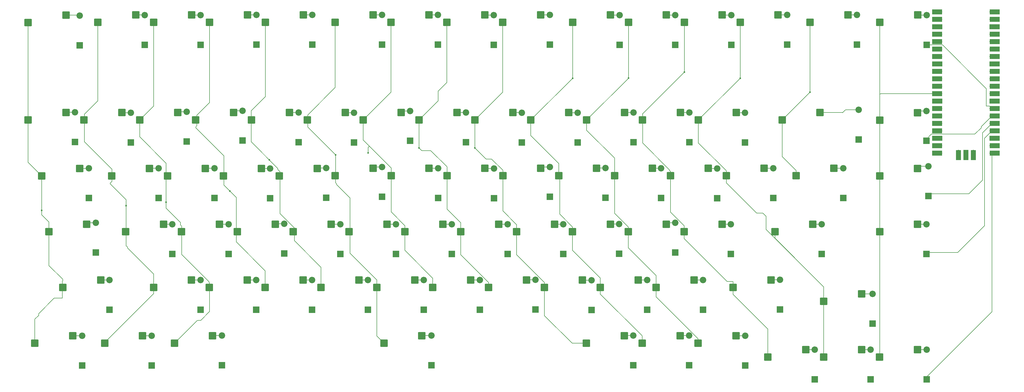
<source format=gbr>
%TF.GenerationSoftware,KiCad,Pcbnew,8.0.7*%
%TF.CreationDate,2025-07-05T17:28:38-07:00*%
%TF.ProjectId,hackpad_v2,6861636b-7061-4645-9f76-322e6b696361,rev?*%
%TF.SameCoordinates,Original*%
%TF.FileFunction,Copper,L2,Bot*%
%TF.FilePolarity,Positive*%
%FSLAX46Y46*%
G04 Gerber Fmt 4.6, Leading zero omitted, Abs format (unit mm)*
G04 Created by KiCad (PCBNEW 8.0.7) date 2025-07-05 17:28:38*
%MOMM*%
%LPD*%
G01*
G04 APERTURE LIST*
G04 Aperture macros list*
%AMRoundRect*
0 Rectangle with rounded corners*
0 $1 Rounding radius*
0 $2 $3 $4 $5 $6 $7 $8 $9 X,Y pos of 4 corners*
0 Add a 4 corners polygon primitive as box body*
4,1,4,$2,$3,$4,$5,$6,$7,$8,$9,$2,$3,0*
0 Add four circle primitives for the rounded corners*
1,1,$1+$1,$2,$3*
1,1,$1+$1,$4,$5*
1,1,$1+$1,$6,$7*
1,1,$1+$1,$8,$9*
0 Add four rect primitives between the rounded corners*
20,1,$1+$1,$2,$3,$4,$5,0*
20,1,$1+$1,$4,$5,$6,$7,0*
20,1,$1+$1,$6,$7,$8,$9,0*
20,1,$1+$1,$8,$9,$2,$3,0*%
G04 Aperture macros list end*
%TA.AperFunction,ComponentPad*%
%ADD10R,2.200000X2.200000*%
%TD*%
%TA.AperFunction,ComponentPad*%
%ADD11O,2.200000X2.200000*%
%TD*%
%TA.AperFunction,SMDPad,CuDef*%
%ADD12RoundRect,0.200000X1.075000X1.050000X-1.075000X1.050000X-1.075000X-1.050000X1.075000X-1.050000X0*%
%TD*%
%TA.AperFunction,ComponentPad*%
%ADD13O,1.700000X1.700000*%
%TD*%
%TA.AperFunction,SMDPad,CuDef*%
%ADD14R,3.500000X1.700000*%
%TD*%
%TA.AperFunction,ComponentPad*%
%ADD15R,1.700000X1.700000*%
%TD*%
%TA.AperFunction,SMDPad,CuDef*%
%ADD16R,1.700000X3.500000*%
%TD*%
%TA.AperFunction,ViaPad*%
%ADD17C,0.600000*%
%TD*%
%TA.AperFunction,Conductor*%
%ADD18C,0.200000*%
%TD*%
G04 APERTURE END LIST*
D10*
%TO.P,D45,1,K*%
%TO.N,ROW 2*%
X309340000Y-68700000D03*
D11*
%TO.P,D45,2,A*%
%TO.N,Net-(D45-A)*%
X309340000Y-58540000D03*
%TD*%
D10*
%TO.P,D30,1,K*%
%TO.N,ROW 1*%
X308650000Y-49810000D03*
D11*
%TO.P,D30,2,A*%
%TO.N,Net-(D30-A)*%
X308650000Y-39650000D03*
%TD*%
D10*
%TO.P,D21,1,K*%
%TO.N,ROW 1*%
X113430000Y-50420000D03*
D11*
%TO.P,D21,2,A*%
%TO.N,Net-(D21-A)*%
X113430000Y-40260000D03*
%TD*%
D12*
%TO.P,SW47,1,1*%
%TO.N,COLUMN 1*%
X35498690Y-80890000D03*
%TO.P,SW47,2,2*%
%TO.N,Net-(D47-A)*%
X48425690Y-78350000D03*
%TD*%
%TO.P,SW36,1,1*%
%TO.N,COLUMN 5*%
X106996190Y-61810000D03*
%TO.P,SW36,2,2*%
%TO.N,Net-(D36-A)*%
X119923190Y-59270000D03*
%TD*%
%TO.P,SW24,1,1*%
%TO.N,COLUMN 8*%
X154631190Y-42760000D03*
%TO.P,SW24,2,2*%
%TO.N,Net-(D24-A)*%
X167558190Y-40220000D03*
%TD*%
D10*
%TO.P,D20,1,K*%
%TO.N,ROW 1*%
X94480000Y-50340000D03*
D11*
%TO.P,D20,2,A*%
%TO.N,Net-(D20-A)*%
X94480000Y-40180000D03*
%TD*%
D10*
%TO.P,D37,1,K*%
%TO.N,ROW 2*%
X142060000Y-69420000D03*
D11*
%TO.P,D37,2,A*%
%TO.N,Net-(D37-A)*%
X142060000Y-59260000D03*
%TD*%
D10*
%TO.P,D8,1,K*%
%TO.N,ROW 0*%
X161030000Y-17040000D03*
D11*
%TO.P,D8,2,A*%
%TO.N,Net-(D8-A)*%
X161030000Y-6880000D03*
%TD*%
D12*
%TO.P,SW71,1,1*%
%TO.N,COLUMN 11*%
X242664940Y-99940000D03*
%TO.P,SW71,2,2*%
%TO.N,Net-(D71-A)*%
X255591940Y-97400000D03*
%TD*%
%TO.P,SW8,1,1*%
%TO.N,COLUMN 7*%
X145081190Y-9400000D03*
%TO.P,SW8,2,2*%
%TO.N,Net-(D8-A)*%
X158008190Y-6860000D03*
%TD*%
D10*
%TO.P,D12,1,K*%
%TO.N,ROW 0*%
X242100000Y-17040000D03*
D11*
%TO.P,D12,2,A*%
%TO.N,Net-(D12-A)*%
X242100000Y-6880000D03*
%TD*%
D12*
%TO.P,SW15,1,1*%
%TO.N,COLUMN 14*%
X292726190Y-9395000D03*
%TO.P,SW15,2,2*%
%TO.N,Net-(D15-A)*%
X305653190Y-6855000D03*
%TD*%
%TO.P,SW56,1,1*%
%TO.N,COLUMN 10*%
X206948690Y-80890000D03*
%TO.P,SW56,2,2*%
%TO.N,Net-(D56-A)*%
X219875690Y-78350000D03*
%TD*%
%TO.P,SW4,1,1*%
%TO.N,COLUMN 3*%
X64116190Y-9405000D03*
%TO.P,SW4,2,2*%
%TO.N,Net-(D4-A)*%
X77043190Y-6865000D03*
%TD*%
D10*
%TO.P,D18,1,K*%
%TO.N,ROW 1*%
X56351190Y-50120000D03*
D11*
%TO.P,D18,2,A*%
%TO.N,Net-(D18-A)*%
X56351190Y-39960000D03*
%TD*%
D12*
%TO.P,SW27,1,1*%
%TO.N,COLUMN 11*%
X211781190Y-42760000D03*
%TO.P,SW27,2,2*%
%TO.N,Net-(D27-A)*%
X224708190Y-40220000D03*
%TD*%
D10*
%TO.P,D80,1,K*%
%TO.N,ROW 5*%
X270530000Y-131380000D03*
D11*
%TO.P,D80,2,A*%
%TO.N,Net-(D80-A)*%
X270530000Y-121220000D03*
%TD*%
D10*
%TO.P,D72,1,K*%
%TO.N,ROW 4*%
X290233690Y-112320000D03*
D11*
%TO.P,D72,2,A*%
%TO.N,Net-(D72-A)*%
X290233690Y-102160000D03*
%TD*%
D10*
%TO.P,D5,1,K*%
%TO.N,ROW 0*%
X99190000Y-17000000D03*
D11*
%TO.P,D5,2,A*%
%TO.N,Net-(D5-A)*%
X99190000Y-6840000D03*
%TD*%
D10*
%TO.P,D40,1,K*%
%TO.N,ROW 2*%
X199141190Y-69340000D03*
D11*
%TO.P,D40,2,A*%
%TO.N,Net-(D40-A)*%
X199141190Y-59180000D03*
%TD*%
D10*
%TO.P,D75,1,K*%
%TO.N,ROW 5*%
X68310000Y-126580000D03*
D11*
%TO.P,D75,2,A*%
%TO.N,Net-(D75-A)*%
X68310000Y-116420000D03*
%TD*%
D10*
%TO.P,D47,1,K*%
%TO.N,ROW 3*%
X51440000Y-88530000D03*
D11*
%TO.P,D47,2,A*%
%TO.N,Net-(D47-A)*%
X51440000Y-78370000D03*
%TD*%
D10*
%TO.P,D55,1,K*%
%TO.N,ROW 3*%
X203830000Y-88480000D03*
D11*
%TO.P,D55,2,A*%
%TO.N,Net-(D55-A)*%
X203830000Y-78320000D03*
%TD*%
D12*
%TO.P,SW31,1,1*%
%TO.N,COLUMN 0*%
X6923690Y-61840000D03*
%TO.P,SW31,2,2*%
%TO.N,Net-(D31-A)*%
X19850690Y-59300000D03*
%TD*%
%TO.P,SW62,1,1*%
%TO.N,COLUMN 2*%
X64071190Y-99940000D03*
%TO.P,SW62,2,2*%
%TO.N,Net-(D62-A)*%
X76998190Y-97400000D03*
%TD*%
D10*
%TO.P,D35,1,K*%
%TO.N,ROW 2*%
X103881190Y-69300000D03*
D11*
%TO.P,D35,2,A*%
%TO.N,Net-(D35-A)*%
X103881190Y-59140000D03*
%TD*%
D12*
%TO.P,SW77,1,1*%
%TO.N,COLUMN 8*%
X192658690Y-118990000D03*
%TO.P,SW77,2,2*%
%TO.N,Net-(D77-A)*%
X205585690Y-116450000D03*
%TD*%
D10*
%TO.P,D52,1,K*%
%TO.N,ROW 3*%
X146780000Y-88560000D03*
D11*
%TO.P,D52,2,A*%
%TO.N,Net-(D52-A)*%
X146780000Y-78400000D03*
%TD*%
D12*
%TO.P,SW7,1,1*%
%TO.N,COLUMN 6*%
X126031190Y-9400000D03*
%TO.P,SW7,2,2*%
%TO.N,Net-(D7-A)*%
X138958190Y-6860000D03*
%TD*%
D10*
%TO.P,D2,1,K*%
%TO.N,ROW 0*%
X41980000Y-17070000D03*
D11*
%TO.P,D2,2,A*%
%TO.N,Net-(D2-A)*%
X41980000Y-6910000D03*
%TD*%
D12*
%TO.P,SW51,1,1*%
%TO.N,COLUMN 5*%
X111698690Y-80890000D03*
%TO.P,SW51,2,2*%
%TO.N,Net-(D51-A)*%
X124625690Y-78350000D03*
%TD*%
%TO.P,SW73,1,1*%
%TO.N,COLUMN 0*%
X4542440Y-118990000D03*
%TO.P,SW73,2,2*%
%TO.N,Net-(D73-A)*%
X17469440Y-116450000D03*
%TD*%
%TO.P,SW2,1,1*%
%TO.N,COLUMN 1*%
X26016190Y-9405000D03*
%TO.P,SW2,2,2*%
%TO.N,Net-(D2-A)*%
X38943190Y-6865000D03*
%TD*%
%TO.P,SW9,1,1*%
%TO.N,COLUMN 8*%
X164131190Y-9400000D03*
%TO.P,SW9,2,2*%
%TO.N,Net-(D9-A)*%
X177058190Y-6860000D03*
%TD*%
%TO.P,SW40,1,1*%
%TO.N,COLUMN 9*%
X183206190Y-61810000D03*
%TO.P,SW40,2,2*%
%TO.N,Net-(D40-A)*%
X196133190Y-59270000D03*
%TD*%
D10*
%TO.P,D28,1,K*%
%TO.N,ROW 1*%
X246731190Y-50420000D03*
D11*
%TO.P,D28,2,A*%
%TO.N,Net-(D28-A)*%
X246731190Y-40260000D03*
%TD*%
D12*
%TO.P,SW20,1,1*%
%TO.N,COLUMN 4*%
X78451190Y-42750000D03*
%TO.P,SW20,2,2*%
%TO.N,Net-(D20-A)*%
X91378190Y-40210000D03*
%TD*%
%TO.P,SW81,1,1*%
%TO.N,COLUMN 12*%
X273623690Y-123750000D03*
%TO.P,SW81,2,2*%
%TO.N,Net-(D81-A)*%
X286550690Y-121210000D03*
%TD*%
%TO.P,SW41,1,1*%
%TO.N,COLUMN 10*%
X202256190Y-61810000D03*
%TO.P,SW41,2,2*%
%TO.N,Net-(D41-A)*%
X215183190Y-59270000D03*
%TD*%
%TO.P,SW16,1,1*%
%TO.N,COLUMN 0*%
X2251190Y-42750000D03*
%TO.P,SW16,2,2*%
%TO.N,Net-(D16-A)*%
X15178190Y-40210000D03*
%TD*%
D10*
%TO.P,D77,1,K*%
%TO.N,ROW 5*%
X208670000Y-126580000D03*
D11*
%TO.P,D77,2,A*%
%TO.N,Net-(D77-A)*%
X208670000Y-116420000D03*
%TD*%
D12*
%TO.P,SW70,1,1*%
%TO.N,COLUMN 10*%
X216471190Y-99940000D03*
%TO.P,SW70,2,2*%
%TO.N,Net-(D70-A)*%
X229398190Y-97400000D03*
%TD*%
%TO.P,SW25,1,1*%
%TO.N,COLUMN 9*%
X173681190Y-42760000D03*
%TO.P,SW25,2,2*%
%TO.N,Net-(D25-A)*%
X186608190Y-40220000D03*
%TD*%
%TO.P,SW80,1,1*%
%TO.N,COLUMN 11*%
X254573690Y-123750000D03*
%TO.P,SW80,2,2*%
%TO.N,Net-(D80-A)*%
X267500690Y-121210000D03*
%TD*%
%TO.P,SW30,1,1*%
%TO.N,COLUMN 14*%
X292678690Y-42785000D03*
%TO.P,SW30,2,2*%
%TO.N,Net-(D30-A)*%
X305605690Y-40245000D03*
%TD*%
D10*
%TO.P,D29,1,K*%
%TO.N,ROW 1*%
X285560000Y-49380000D03*
D11*
%TO.P,D29,2,A*%
%TO.N,Net-(D29-A)*%
X285560000Y-39220000D03*
%TD*%
D12*
%TO.P,SW29,1,1*%
%TO.N,COLUMN 13*%
X259406190Y-42760000D03*
%TO.P,SW29,2,2*%
%TO.N,Net-(D29-A)*%
X272333190Y-40220000D03*
%TD*%
D10*
%TO.P,D54,1,K*%
%TO.N,ROW 3*%
X184770000Y-88540000D03*
D11*
%TO.P,D54,2,A*%
%TO.N,Net-(D54-A)*%
X184770000Y-78380000D03*
%TD*%
D12*
%TO.P,SW12,1,1*%
%TO.N,COLUMN 11*%
X226046190Y-9395000D03*
%TO.P,SW12,2,2*%
%TO.N,Net-(D12-A)*%
X238973190Y-6855000D03*
%TD*%
%TO.P,SW50,1,1*%
%TO.N,COLUMN 4*%
X92648690Y-80890000D03*
%TO.P,SW50,2,2*%
%TO.N,Net-(D50-A)*%
X105575690Y-78350000D03*
%TD*%
D10*
%TO.P,D65,1,K*%
%TO.N,ROW 4*%
X137210000Y-107590000D03*
D11*
%TO.P,D65,2,A*%
%TO.N,Net-(D65-A)*%
X137210000Y-97430000D03*
%TD*%
D10*
%TO.P,D46,1,K*%
%TO.N,ROW 3*%
X25301190Y-88030000D03*
D11*
%TO.P,D46,2,A*%
%TO.N,Net-(D46-A)*%
X25301190Y-77870000D03*
%TD*%
D12*
%TO.P,SW82,1,1*%
%TO.N,COLUMN 14*%
X292673690Y-123750000D03*
%TO.P,SW82,2,2*%
%TO.N,Net-(D82-A)*%
X305600690Y-121210000D03*
%TD*%
D10*
%TO.P,D78,1,K*%
%TO.N,ROW 5*%
X227680000Y-126550000D03*
D11*
%TO.P,D78,2,A*%
%TO.N,Net-(D78-A)*%
X227680000Y-116390000D03*
%TD*%
D10*
%TO.P,D71,1,K*%
%TO.N,ROW 4*%
X258670000Y-107530000D03*
D11*
%TO.P,D71,2,A*%
%TO.N,Net-(D71-A)*%
X258670000Y-97370000D03*
%TD*%
D12*
%TO.P,SW38,1,1*%
%TO.N,COLUMN 7*%
X145106190Y-61810000D03*
%TO.P,SW38,2,2*%
%TO.N,Net-(D38-A)*%
X158033190Y-59270000D03*
%TD*%
D10*
%TO.P,D36,1,K*%
%TO.N,ROW 2*%
X122920000Y-68960000D03*
D11*
%TO.P,D36,2,A*%
%TO.N,Net-(D36-A)*%
X122920000Y-58800000D03*
%TD*%
D10*
%TO.P,D22,1,K*%
%TO.N,ROW 1*%
X132531190Y-49840000D03*
D11*
%TO.P,D22,2,A*%
%TO.N,Net-(D22-A)*%
X132531190Y-39680000D03*
%TD*%
D12*
%TO.P,SW42,1,1*%
%TO.N,COLUMN 11*%
X221306190Y-61810000D03*
%TO.P,SW42,2,2*%
%TO.N,Net-(D42-A)*%
X234233190Y-59270000D03*
%TD*%
D10*
%TO.P,D15,1,K*%
%TO.N,ROW 0*%
X308740000Y-17030000D03*
D11*
%TO.P,D15,2,A*%
%TO.N,Net-(D15-A)*%
X308740000Y-6870000D03*
%TD*%
D12*
%TO.P,SW78,1,1*%
%TO.N,COLUMN 9*%
X211708690Y-118990000D03*
%TO.P,SW78,2,2*%
%TO.N,Net-(D78-A)*%
X224635690Y-116450000D03*
%TD*%
D10*
%TO.P,D11,1,K*%
%TO.N,ROW 0*%
X222990000Y-17030000D03*
D11*
%TO.P,D11,2,A*%
%TO.N,Net-(D11-A)*%
X222990000Y-6870000D03*
%TD*%
D12*
%TO.P,SW32,1,1*%
%TO.N,COLUMN 1*%
X30736190Y-61840000D03*
%TO.P,SW32,2,2*%
%TO.N,Net-(D32-A)*%
X43663190Y-59300000D03*
%TD*%
%TO.P,SW44,1,1*%
%TO.N,COLUMN 13*%
X264168690Y-61810000D03*
%TO.P,SW44,2,2*%
%TO.N,Net-(D44-A)*%
X277095690Y-59270000D03*
%TD*%
%TO.P,SW18,1,1*%
%TO.N,COLUMN 2*%
X40341190Y-42750000D03*
%TO.P,SW18,2,2*%
%TO.N,Net-(D18-A)*%
X53268190Y-40210000D03*
%TD*%
D10*
%TO.P,D41,1,K*%
%TO.N,ROW 2*%
X218161190Y-69430000D03*
D11*
%TO.P,D41,2,A*%
%TO.N,Net-(D41-A)*%
X218161190Y-59270000D03*
%TD*%
D10*
%TO.P,D38,1,K*%
%TO.N,ROW 2*%
X161110000Y-69440000D03*
D11*
%TO.P,D38,2,A*%
%TO.N,Net-(D38-A)*%
X161110000Y-59280000D03*
%TD*%
D12*
%TO.P,SW43,1,1*%
%TO.N,COLUMN 12*%
X240356190Y-61810000D03*
%TO.P,SW43,2,2*%
%TO.N,Net-(D43-A)*%
X253283190Y-59270000D03*
%TD*%
%TO.P,SW54,1,1*%
%TO.N,COLUMN 8*%
X168848690Y-80890000D03*
%TO.P,SW54,2,2*%
%TO.N,Net-(D54-A)*%
X181775690Y-78350000D03*
%TD*%
%TO.P,SW64,1,1*%
%TO.N,COLUMN 4*%
X102171190Y-99940000D03*
%TO.P,SW64,2,2*%
%TO.N,Net-(D64-A)*%
X115098190Y-97400000D03*
%TD*%
D10*
%TO.P,D19,1,K*%
%TO.N,ROW 1*%
X75381190Y-49770000D03*
D11*
%TO.P,D19,2,A*%
%TO.N,Net-(D19-A)*%
X75381190Y-39610000D03*
%TD*%
D12*
%TO.P,SW49,1,1*%
%TO.N,COLUMN 3*%
X73598690Y-80890000D03*
%TO.P,SW49,2,2*%
%TO.N,Net-(D49-A)*%
X86525690Y-78350000D03*
%TD*%
D10*
%TO.P,D69,1,K*%
%TO.N,ROW 4*%
X213360000Y-107570000D03*
D11*
%TO.P,D69,2,A*%
%TO.N,Net-(D69-A)*%
X213360000Y-97410000D03*
%TD*%
D12*
%TO.P,SW79,1,1*%
%TO.N,COLUMN 10*%
X230758690Y-118990000D03*
%TO.P,SW79,2,2*%
%TO.N,Net-(D79-A)*%
X243685690Y-116450000D03*
%TD*%
%TO.P,SW37,1,1*%
%TO.N,COLUMN 6*%
X126056190Y-61810000D03*
%TO.P,SW37,2,2*%
%TO.N,Net-(D37-A)*%
X138983190Y-59270000D03*
%TD*%
%TO.P,SW63,1,1*%
%TO.N,COLUMN 3*%
X83121190Y-99940000D03*
%TO.P,SW63,2,2*%
%TO.N,Net-(D63-A)*%
X96048190Y-97400000D03*
%TD*%
D10*
%TO.P,D6,1,K*%
%TO.N,ROW 0*%
X122980000Y-16990000D03*
D11*
%TO.P,D6,2,A*%
%TO.N,Net-(D6-A)*%
X122980000Y-6830000D03*
%TD*%
D10*
%TO.P,D63,1,K*%
%TO.N,ROW 4*%
X99110000Y-107540000D03*
D11*
%TO.P,D63,2,A*%
%TO.N,Net-(D63-A)*%
X99110000Y-97380000D03*
%TD*%
D10*
%TO.P,D73,1,K*%
%TO.N,ROW 5*%
X20670000Y-126640000D03*
D11*
%TO.P,D73,2,A*%
%TO.N,Net-(D73-A)*%
X20670000Y-116480000D03*
%TD*%
D10*
%TO.P,D76,1,K*%
%TO.N,ROW 5*%
X139830000Y-126580000D03*
D11*
%TO.P,D76,2,A*%
%TO.N,Net-(D76-A)*%
X139830000Y-116420000D03*
%TD*%
D12*
%TO.P,SW6,1,1*%
%TO.N,COLUMN 5*%
X106981190Y-9400000D03*
%TO.P,SW6,2,2*%
%TO.N,Net-(D6-A)*%
X119908190Y-6860000D03*
%TD*%
D10*
%TO.P,D17,1,K*%
%TO.N,ROW 1*%
X37290000Y-50450000D03*
D11*
%TO.P,D17,2,A*%
%TO.N,Net-(D17-A)*%
X37290000Y-40290000D03*
%TD*%
D12*
%TO.P,SW34,1,1*%
%TO.N,COLUMN 3*%
X68856190Y-61830000D03*
%TO.P,SW34,2,2*%
%TO.N,Net-(D34-A)*%
X81783190Y-59290000D03*
%TD*%
D10*
%TO.P,D79,1,K*%
%TO.N,ROW 5*%
X246830000Y-126620000D03*
D11*
%TO.P,D79,2,A*%
%TO.N,Net-(D79-A)*%
X246830000Y-116460000D03*
%TD*%
D10*
%TO.P,D10,1,K*%
%TO.N,ROW 0*%
X203970000Y-17030000D03*
D11*
%TO.P,D10,2,A*%
%TO.N,Net-(D10-A)*%
X203970000Y-6870000D03*
%TD*%
D10*
%TO.P,D32,1,K*%
%TO.N,ROW 2*%
X46760000Y-69400000D03*
D11*
%TO.P,D32,2,A*%
%TO.N,Net-(D32-A)*%
X46760000Y-59240000D03*
%TD*%
D12*
%TO.P,SW57,1,1*%
%TO.N,COLUMN 11*%
X225998690Y-80890000D03*
%TO.P,SW57,2,2*%
%TO.N,Net-(D57-A)*%
X238925690Y-78350000D03*
%TD*%
D10*
%TO.P,D16,1,K*%
%TO.N,ROW 1*%
X18250000Y-50300000D03*
D11*
%TO.P,D16,2,A*%
%TO.N,Net-(D16-A)*%
X18250000Y-40140000D03*
%TD*%
D12*
%TO.P,SW75,1,1*%
%TO.N,COLUMN 2*%
X52167440Y-118990000D03*
%TO.P,SW75,2,2*%
%TO.N,Net-(D75-A)*%
X65094440Y-116450000D03*
%TD*%
D10*
%TO.P,D24,1,K*%
%TO.N,ROW 1*%
X170640000Y-50390000D03*
D11*
%TO.P,D24,2,A*%
%TO.N,Net-(D24-A)*%
X170640000Y-40230000D03*
%TD*%
D12*
%TO.P,SW26,1,1*%
%TO.N,COLUMN 10*%
X192731190Y-42760000D03*
%TO.P,SW26,2,2*%
%TO.N,Net-(D26-A)*%
X205658190Y-40220000D03*
%TD*%
D10*
%TO.P,D48,1,K*%
%TO.N,ROW 3*%
X70600000Y-88500000D03*
D11*
%TO.P,D48,2,A*%
%TO.N,Net-(D48-A)*%
X70600000Y-78340000D03*
%TD*%
D12*
%TO.P,SW19,1,1*%
%TO.N,COLUMN 3*%
X59401190Y-42750000D03*
%TO.P,SW19,2,2*%
%TO.N,Net-(D19-A)*%
X72328190Y-40210000D03*
%TD*%
%TO.P,SW11,1,1*%
%TO.N,COLUMN 10*%
X206996190Y-9395000D03*
%TO.P,SW11,2,2*%
%TO.N,Net-(D11-A)*%
X219923190Y-6855000D03*
%TD*%
%TO.P,SW45,1,1*%
%TO.N,COLUMN 14*%
X292678690Y-61835000D03*
%TO.P,SW45,2,2*%
%TO.N,Net-(D45-A)*%
X305605690Y-59295000D03*
%TD*%
%TO.P,SW28,1,1*%
%TO.N,COLUMN 12*%
X230831190Y-42760000D03*
%TO.P,SW28,2,2*%
%TO.N,Net-(D28-A)*%
X243758190Y-40220000D03*
%TD*%
D10*
%TO.P,D26,1,K*%
%TO.N,ROW 1*%
X208750000Y-50360000D03*
D11*
%TO.P,D26,2,A*%
%TO.N,Net-(D26-A)*%
X208750000Y-40200000D03*
%TD*%
D12*
%TO.P,SW60,1,1*%
%TO.N,COLUMN 0*%
X14067440Y-99940000D03*
%TO.P,SW60,2,2*%
%TO.N,Net-(D60-A)*%
X26994440Y-97400000D03*
%TD*%
D10*
%TO.P,D59,1,K*%
%TO.N,ROW 3*%
X308640000Y-88490000D03*
D11*
%TO.P,D59,2,A*%
%TO.N,Net-(D59-A)*%
X308640000Y-78330000D03*
%TD*%
D12*
%TO.P,SW21,1,1*%
%TO.N,COLUMN 5*%
X97501190Y-42750000D03*
%TO.P,SW21,2,2*%
%TO.N,Net-(D21-A)*%
X110428190Y-40210000D03*
%TD*%
%TO.P,SW35,1,1*%
%TO.N,COLUMN 4*%
X87926190Y-61820000D03*
%TO.P,SW35,2,2*%
%TO.N,Net-(D35-A)*%
X100853190Y-59280000D03*
%TD*%
D10*
%TO.P,D9,1,K*%
%TO.N,ROW 0*%
X180200000Y-17000000D03*
D11*
%TO.P,D9,2,A*%
%TO.N,Net-(D9-A)*%
X180200000Y-6840000D03*
%TD*%
D12*
%TO.P,SW66,1,1*%
%TO.N,COLUMN 6*%
X140271190Y-99940000D03*
%TO.P,SW66,2,2*%
%TO.N,Net-(D66-A)*%
X153198190Y-97400000D03*
%TD*%
D10*
%TO.P,D81,1,K*%
%TO.N,ROW 5*%
X289620000Y-131340000D03*
D11*
%TO.P,D81,2,A*%
%TO.N,Net-(D81-A)*%
X289620000Y-121180000D03*
%TD*%
D10*
%TO.P,D7,1,K*%
%TO.N,ROW 0*%
X142040000Y-16950000D03*
D11*
%TO.P,D7,2,A*%
%TO.N,Net-(D7-A)*%
X142040000Y-6790000D03*
%TD*%
D10*
%TO.P,D33,1,K*%
%TO.N,ROW 2*%
X65820000Y-69430000D03*
D11*
%TO.P,D33,2,A*%
%TO.N,Net-(D33-A)*%
X65820000Y-59270000D03*
%TD*%
D10*
%TO.P,D43,1,K*%
%TO.N,ROW 2*%
X256360000Y-69390000D03*
D11*
%TO.P,D43,2,A*%
%TO.N,Net-(D43-A)*%
X256360000Y-59230000D03*
%TD*%
D12*
%TO.P,SW33,1,1*%
%TO.N,COLUMN 2*%
X49786190Y-61840000D03*
%TO.P,SW33,2,2*%
%TO.N,Net-(D33-A)*%
X62713190Y-59300000D03*
%TD*%
D10*
%TO.P,D3,1,K*%
%TO.N,ROW 0*%
X61050000Y-17070000D03*
D11*
%TO.P,D3,2,A*%
%TO.N,Net-(D3-A)*%
X61050000Y-6910000D03*
%TD*%
D12*
%TO.P,SW67,1,1*%
%TO.N,COLUMN 7*%
X159321190Y-99940000D03*
%TO.P,SW67,2,2*%
%TO.N,Net-(D67-A)*%
X172248190Y-97400000D03*
%TD*%
%TO.P,SW55,1,1*%
%TO.N,COLUMN 9*%
X187898690Y-80890000D03*
%TO.P,SW55,2,2*%
%TO.N,Net-(D55-A)*%
X200825690Y-78350000D03*
%TD*%
D10*
%TO.P,D57,1,K*%
%TO.N,ROW 3*%
X241911190Y-88520000D03*
D11*
%TO.P,D57,2,A*%
%TO.N,Net-(D57-A)*%
X241911190Y-78360000D03*
%TD*%
D10*
%TO.P,D67,1,K*%
%TO.N,ROW 4*%
X175260000Y-107510000D03*
D11*
%TO.P,D67,2,A*%
%TO.N,Net-(D67-A)*%
X175260000Y-97350000D03*
%TD*%
D12*
%TO.P,SW58,1,1*%
%TO.N,COLUMN 12*%
X256954940Y-80890000D03*
%TO.P,SW58,2,2*%
%TO.N,Net-(D58-A)*%
X269881940Y-78350000D03*
%TD*%
D10*
%TO.P,D27,1,K*%
%TO.N,ROW 1*%
X227820000Y-50360000D03*
D11*
%TO.P,D27,2,A*%
%TO.N,Net-(D27-A)*%
X227820000Y-40200000D03*
%TD*%
D10*
%TO.P,D82,1,K*%
%TO.N,ROW 5*%
X308720000Y-131400000D03*
D11*
%TO.P,D82,2,A*%
%TO.N,Net-(D82-A)*%
X308720000Y-121240000D03*
%TD*%
D10*
%TO.P,D50,1,K*%
%TO.N,ROW 3*%
X108700000Y-88500000D03*
D11*
%TO.P,D50,2,A*%
%TO.N,Net-(D50-A)*%
X108700000Y-78340000D03*
%TD*%
D12*
%TO.P,SW10,1,1*%
%TO.N,COLUMN 9*%
X187946190Y-9395000D03*
%TO.P,SW10,2,2*%
%TO.N,Net-(D10-A)*%
X200873190Y-6855000D03*
%TD*%
D10*
%TO.P,D74,1,K*%
%TO.N,ROW 5*%
X44380000Y-126620000D03*
D11*
%TO.P,D74,2,A*%
%TO.N,Net-(D74-A)*%
X44380000Y-116460000D03*
%TD*%
D10*
%TO.P,D70,1,K*%
%TO.N,ROW 4*%
X232470000Y-107540000D03*
D11*
%TO.P,D70,2,A*%
%TO.N,Net-(D70-A)*%
X232470000Y-97380000D03*
%TD*%
D12*
%TO.P,SW22,1,1*%
%TO.N,COLUMN 6*%
X116541190Y-42760000D03*
%TO.P,SW22,2,2*%
%TO.N,Net-(D22-A)*%
X129468190Y-40220000D03*
%TD*%
%TO.P,SW13,1,1*%
%TO.N,COLUMN 12*%
X245096190Y-9395000D03*
%TO.P,SW13,2,2*%
%TO.N,Net-(D13-A)*%
X258023190Y-6855000D03*
%TD*%
%TO.P,SW76,1,1*%
%TO.N,COLUMN 5*%
X123602440Y-118990000D03*
%TO.P,SW76,2,2*%
%TO.N,Net-(D76-A)*%
X136529440Y-116450000D03*
%TD*%
D10*
%TO.P,D61,1,K*%
%TO.N,ROW 4*%
X61050000Y-107570000D03*
D11*
%TO.P,D61,2,A*%
%TO.N,Net-(D61-A)*%
X61050000Y-97410000D03*
%TD*%
D12*
%TO.P,SW53,1,1*%
%TO.N,COLUMN 7*%
X149798690Y-80890000D03*
%TO.P,SW53,2,2*%
%TO.N,Net-(D53-A)*%
X162725690Y-78350000D03*
%TD*%
%TO.P,SW3,1,1*%
%TO.N,COLUMN 2*%
X45066190Y-9405000D03*
%TO.P,SW3,2,2*%
%TO.N,Net-(D3-A)*%
X57993190Y-6865000D03*
%TD*%
D10*
%TO.P,D13,1,K*%
%TO.N,ROW 0*%
X261160000Y-17020000D03*
D11*
%TO.P,D13,2,A*%
%TO.N,Net-(D13-A)*%
X261160000Y-6860000D03*
%TD*%
D10*
%TO.P,D42,1,K*%
%TO.N,ROW 2*%
X237280000Y-69450000D03*
D11*
%TO.P,D42,2,A*%
%TO.N,Net-(D42-A)*%
X237280000Y-59290000D03*
%TD*%
D10*
%TO.P,D31,1,K*%
%TO.N,ROW 2*%
X22940000Y-69420000D03*
D11*
%TO.P,D31,2,A*%
%TO.N,Net-(D31-A)*%
X22940000Y-59260000D03*
%TD*%
D12*
%TO.P,SW59,1,1*%
%TO.N,COLUMN 14*%
X292678690Y-80885000D03*
%TO.P,SW59,2,2*%
%TO.N,Net-(D59-A)*%
X305605690Y-78345000D03*
%TD*%
D10*
%TO.P,D62,1,K*%
%TO.N,ROW 4*%
X80050000Y-107570000D03*
D11*
%TO.P,D62,2,A*%
%TO.N,Net-(D62-A)*%
X80050000Y-97410000D03*
%TD*%
D10*
%TO.P,D66,1,K*%
%TO.N,ROW 4*%
X156280000Y-107570000D03*
D11*
%TO.P,D66,2,A*%
%TO.N,Net-(D66-A)*%
X156280000Y-97410000D03*
%TD*%
D12*
%TO.P,SW74,1,1*%
%TO.N,COLUMN 1*%
X28354940Y-118990000D03*
%TO.P,SW74,2,2*%
%TO.N,Net-(D74-A)*%
X41281940Y-116450000D03*
%TD*%
%TO.P,SW14,1,1*%
%TO.N,COLUMN 13*%
X268911190Y-9400000D03*
%TO.P,SW14,2,2*%
%TO.N,Net-(D14-A)*%
X281838190Y-6860000D03*
%TD*%
D10*
%TO.P,D56,1,K*%
%TO.N,ROW 3*%
X222971190Y-88060000D03*
D11*
%TO.P,D56,2,A*%
%TO.N,Net-(D56-A)*%
X222971190Y-77900000D03*
%TD*%
D10*
%TO.P,D58,1,K*%
%TO.N,ROW 3*%
X272920000Y-88520000D03*
D11*
%TO.P,D58,2,A*%
%TO.N,Net-(D58-A)*%
X272920000Y-78360000D03*
%TD*%
D10*
%TO.P,D44,1,K*%
%TO.N,ROW 2*%
X280230000Y-69370000D03*
D11*
%TO.P,D44,2,A*%
%TO.N,Net-(D44-A)*%
X280230000Y-59210000D03*
%TD*%
D10*
%TO.P,D25,1,K*%
%TO.N,ROW 1*%
X189710000Y-50430000D03*
D11*
%TO.P,D25,2,A*%
%TO.N,Net-(D25-A)*%
X189710000Y-40270000D03*
%TD*%
D12*
%TO.P,SW46,1,1*%
%TO.N,COLUMN 0*%
X9304940Y-80890000D03*
%TO.P,SW46,2,2*%
%TO.N,Net-(D46-A)*%
X22231940Y-78350000D03*
%TD*%
D10*
%TO.P,D14,1,K*%
%TO.N,ROW 0*%
X284970000Y-17000000D03*
D11*
%TO.P,D14,2,A*%
%TO.N,Net-(D14-A)*%
X284970000Y-6840000D03*
%TD*%
D12*
%TO.P,SW5,1,1*%
%TO.N,COLUMN 4*%
X83166190Y-9405000D03*
%TO.P,SW5,2,2*%
%TO.N,Net-(D5-A)*%
X96093190Y-6865000D03*
%TD*%
%TO.P,SW23,1,1*%
%TO.N,COLUMN 7*%
X135581190Y-42760000D03*
%TO.P,SW23,2,2*%
%TO.N,Net-(D23-A)*%
X148508190Y-40220000D03*
%TD*%
%TO.P,SW65,1,1*%
%TO.N,COLUMN 5*%
X121221190Y-99940000D03*
%TO.P,SW65,2,2*%
%TO.N,Net-(D65-A)*%
X134148190Y-97400000D03*
%TD*%
%TO.P,SW69,1,1*%
%TO.N,COLUMN 9*%
X197421190Y-99940000D03*
%TO.P,SW69,2,2*%
%TO.N,Net-(D69-A)*%
X210348190Y-97400000D03*
%TD*%
D10*
%TO.P,D34,1,K*%
%TO.N,ROW 2*%
X84790000Y-69440000D03*
D11*
%TO.P,D34,2,A*%
%TO.N,Net-(D34-A)*%
X84790000Y-59280000D03*
%TD*%
D12*
%TO.P,SW72,1,1*%
%TO.N,COLUMN 12*%
X273623690Y-104700000D03*
%TO.P,SW72,2,2*%
%TO.N,Net-(D72-A)*%
X286550690Y-102160000D03*
%TD*%
D10*
%TO.P,D49,1,K*%
%TO.N,ROW 3*%
X89580000Y-88350000D03*
D11*
%TO.P,D49,2,A*%
%TO.N,Net-(D49-A)*%
X89580000Y-78190000D03*
%TD*%
D10*
%TO.P,D1,1,K*%
%TO.N,ROW 0*%
X19806190Y-17200000D03*
D11*
%TO.P,D1,2,A*%
%TO.N,Net-(D1-A)*%
X19806190Y-7040000D03*
%TD*%
D10*
%TO.P,D64,1,K*%
%TO.N,ROW 4*%
X118130000Y-107550000D03*
D11*
%TO.P,D64,2,A*%
%TO.N,Net-(D64-A)*%
X118130000Y-97390000D03*
%TD*%
D12*
%TO.P,SW68,1,1*%
%TO.N,COLUMN 8*%
X178371190Y-99940000D03*
%TO.P,SW68,2,2*%
%TO.N,Net-(D68-A)*%
X191298190Y-97400000D03*
%TD*%
%TO.P,SW52,1,1*%
%TO.N,COLUMN 6*%
X130748690Y-80890000D03*
%TO.P,SW52,2,2*%
%TO.N,Net-(D52-A)*%
X143675690Y-78350000D03*
%TD*%
%TO.P,SW1,1,1*%
%TO.N,COLUMN 0*%
X2256190Y-9415000D03*
%TO.P,SW1,2,2*%
%TO.N,Net-(D1-A)*%
X15183190Y-6875000D03*
%TD*%
D10*
%TO.P,D68,1,K*%
%TO.N,ROW 4*%
X194400000Y-107650000D03*
D11*
%TO.P,D68,2,A*%
%TO.N,Net-(D68-A)*%
X194400000Y-97490000D03*
%TD*%
D12*
%TO.P,SW48,1,1*%
%TO.N,COLUMN 2*%
X54548690Y-80890000D03*
%TO.P,SW48,2,2*%
%TO.N,Net-(D48-A)*%
X67475690Y-78350000D03*
%TD*%
%TO.P,SW39,1,1*%
%TO.N,COLUMN 8*%
X164156190Y-61810000D03*
%TO.P,SW39,2,2*%
%TO.N,Net-(D39-A)*%
X177083190Y-59270000D03*
%TD*%
%TO.P,SW17,1,1*%
%TO.N,COLUMN 1*%
X21291190Y-42750000D03*
%TO.P,SW17,2,2*%
%TO.N,Net-(D17-A)*%
X34218190Y-40210000D03*
%TD*%
D13*
%TO.P,U1,1,GPIO0*%
%TO.N,unconnected-(U1-GPIO0-Pad1)*%
X330991190Y-5800000D03*
D14*
%TO.N,unconnected-(U1-GPIO0-Pad1)_1*%
X331891190Y-5800000D03*
D13*
%TO.P,U1,2,GPIO1*%
%TO.N,COLUMN 8*%
X330991190Y-8340000D03*
D14*
X331891190Y-8340000D03*
D15*
%TO.P,U1,3,GND*%
%TO.N,unconnected-(U1-GND-Pad3)*%
X330991190Y-10880000D03*
D14*
%TO.N,unconnected-(U1-GND-Pad3)_1*%
X331891190Y-10880000D03*
D13*
%TO.P,U1,4,GPIO2*%
%TO.N,COLUMN 7*%
X330991190Y-13420000D03*
D14*
X331891190Y-13420000D03*
D13*
%TO.P,U1,5,GPIO3*%
%TO.N,COLUMN 6*%
X330991190Y-15960000D03*
D14*
X331891190Y-15960000D03*
D13*
%TO.P,U1,6,GPIO4*%
%TO.N,COLUMN 5*%
X330991190Y-18500000D03*
D14*
X331891190Y-18500000D03*
D13*
%TO.P,U1,7,GPIO5*%
%TO.N,COLUMN 4*%
X330991190Y-21040000D03*
D14*
X331891190Y-21040000D03*
D15*
%TO.P,U1,8,GND*%
%TO.N,unconnected-(U1-GND-Pad8)_1*%
X330991190Y-23580000D03*
D14*
%TO.N,unconnected-(U1-GND-Pad8)*%
X331891190Y-23580000D03*
D13*
%TO.P,U1,9,GPIO6*%
%TO.N,COLUMN 3*%
X330991190Y-26120000D03*
D14*
X331891190Y-26120000D03*
D13*
%TO.P,U1,10,GPIO7*%
%TO.N,COLUMN 2*%
X330991190Y-28660000D03*
D14*
X331891190Y-28660000D03*
D13*
%TO.P,U1,11,GPIO8*%
%TO.N,COLUMN 1*%
X330991190Y-31200000D03*
D14*
X331891190Y-31200000D03*
D13*
%TO.P,U1,12,GPIO9*%
%TO.N,COLUMN 0*%
X330991190Y-33740000D03*
D14*
X331891190Y-33740000D03*
D15*
%TO.P,U1,13,GND*%
%TO.N,unconnected-(U1-GND-Pad13)_1*%
X330991190Y-36280000D03*
D14*
%TO.N,unconnected-(U1-GND-Pad13)*%
X331891190Y-36280000D03*
D13*
%TO.P,U1,14,GPIO10*%
%TO.N,ROW 0*%
X330991190Y-38820000D03*
D14*
X331891190Y-38820000D03*
D13*
%TO.P,U1,15,GPIO11*%
%TO.N,ROW 1*%
X330991190Y-41360000D03*
D14*
X331891190Y-41360000D03*
D13*
%TO.P,U1,16,GPIO12*%
%TO.N,ROW 2*%
X330991190Y-43900000D03*
D14*
X331891190Y-43900000D03*
D13*
%TO.P,U1,17,GPIO13*%
%TO.N,ROW 3*%
X330991190Y-46440000D03*
D14*
X331891190Y-46440000D03*
D15*
%TO.P,U1,18,GND*%
%TO.N,unconnected-(U1-GND-Pad18)*%
X330991190Y-48980000D03*
D14*
%TO.N,unconnected-(U1-GND-Pad18)_1*%
X331891190Y-48980000D03*
D13*
%TO.P,U1,19,GPIO14*%
%TO.N,ROW 4*%
X330991190Y-51520000D03*
D14*
X331891190Y-51520000D03*
D13*
%TO.P,U1,20,GPIO15*%
%TO.N,ROW 5*%
X330991190Y-54060000D03*
D14*
X331891190Y-54060000D03*
D13*
%TO.P,U1,21,GPIO16*%
%TO.N,unconnected-(U1-GPIO16-Pad21)_1*%
X313211190Y-54060000D03*
D14*
%TO.N,unconnected-(U1-GPIO16-Pad21)*%
X312311190Y-54060000D03*
D13*
%TO.P,U1,22,GPIO17*%
%TO.N,COLUMN 9*%
X313211190Y-51520000D03*
D14*
X312311190Y-51520000D03*
D15*
%TO.P,U1,23,GND*%
%TO.N,unconnected-(U1-GND-Pad23)*%
X313211190Y-48980000D03*
D14*
%TO.N,unconnected-(U1-GND-Pad23)_1*%
X312311190Y-48980000D03*
D13*
%TO.P,U1,24,GPIO18*%
%TO.N,COLUMN 10*%
X313211190Y-46440000D03*
D14*
X312311190Y-46440000D03*
D13*
%TO.P,U1,25,GPIO19*%
%TO.N,COLUMN 11*%
X313211190Y-43900000D03*
D14*
X312311190Y-43900000D03*
D13*
%TO.P,U1,26,GPIO20*%
%TO.N,COLUMN 12*%
X313211190Y-41360000D03*
D14*
X312311190Y-41360000D03*
D13*
%TO.P,U1,27,GPIO21*%
%TO.N,COLUMN 13*%
X313211190Y-38820000D03*
D14*
X312311190Y-38820000D03*
D15*
%TO.P,U1,28,GND*%
%TO.N,unconnected-(U1-GND-Pad28)*%
X313211190Y-36280000D03*
D14*
%TO.N,unconnected-(U1-GND-Pad28)_1*%
X312311190Y-36280000D03*
D13*
%TO.P,U1,29,GPIO22*%
%TO.N,COLUMN 14*%
X313211190Y-33740000D03*
D14*
X312311190Y-33740000D03*
D13*
%TO.P,U1,30,RUN*%
%TO.N,unconnected-(U1-RUN-Pad30)_1*%
X313211190Y-31200000D03*
D14*
%TO.N,unconnected-(U1-RUN-Pad30)*%
X312311190Y-31200000D03*
D13*
%TO.P,U1,31,GPIO26_ADC0*%
%TO.N,unconnected-(U1-GPIO26_ADC0-Pad31)*%
X313211190Y-28660000D03*
D14*
%TO.N,unconnected-(U1-GPIO26_ADC0-Pad31)_1*%
X312311190Y-28660000D03*
D13*
%TO.P,U1,32,GPIO27_ADC1*%
%TO.N,unconnected-(U1-GPIO27_ADC1-Pad32)*%
X313211190Y-26120000D03*
D14*
%TO.N,unconnected-(U1-GPIO27_ADC1-Pad32)_1*%
X312311190Y-26120000D03*
D15*
%TO.P,U1,33,AGND*%
%TO.N,unconnected-(U1-AGND-Pad33)*%
X313211190Y-23580000D03*
D14*
%TO.N,unconnected-(U1-AGND-Pad33)_1*%
X312311190Y-23580000D03*
D13*
%TO.P,U1,34,GPIO28_ADC2*%
%TO.N,unconnected-(U1-GPIO28_ADC2-Pad34)*%
X313211190Y-21040000D03*
D14*
%TO.N,unconnected-(U1-GPIO28_ADC2-Pad34)_1*%
X312311190Y-21040000D03*
D13*
%TO.P,U1,35,ADC_VREF*%
%TO.N,unconnected-(U1-ADC_VREF-Pad35)*%
X313211190Y-18500000D03*
D14*
%TO.N,unconnected-(U1-ADC_VREF-Pad35)_1*%
X312311190Y-18500000D03*
D13*
%TO.P,U1,36,3V3*%
%TO.N,unconnected-(U1-3V3-Pad36)*%
X313211190Y-15960000D03*
D14*
%TO.N,unconnected-(U1-3V3-Pad36)_1*%
X312311190Y-15960000D03*
D13*
%TO.P,U1,37,3V3_EN*%
%TO.N,unconnected-(U1-3V3_EN-Pad37)_1*%
X313211190Y-13420000D03*
D14*
%TO.N,unconnected-(U1-3V3_EN-Pad37)*%
X312311190Y-13420000D03*
D15*
%TO.P,U1,38,GND*%
%TO.N,unconnected-(U1-GND-Pad38)_1*%
X313211190Y-10880000D03*
D14*
%TO.N,unconnected-(U1-GND-Pad38)*%
X312311190Y-10880000D03*
D13*
%TO.P,U1,39,VSYS*%
%TO.N,unconnected-(U1-VSYS-Pad39)_1*%
X313211190Y-8340000D03*
D14*
%TO.N,unconnected-(U1-VSYS-Pad39)*%
X312311190Y-8340000D03*
D13*
%TO.P,U1,40,VBUS*%
%TO.N,unconnected-(U1-VBUS-Pad40)*%
X313211190Y-5800000D03*
D14*
%TO.N,unconnected-(U1-VBUS-Pad40)_1*%
X312311190Y-5800000D03*
D13*
%TO.P,U1,41,SWCLK*%
%TO.N,unconnected-(U1-SWCLK-Pad41)_1*%
X324641190Y-53830000D03*
D16*
%TO.N,unconnected-(U1-SWCLK-Pad41)*%
X324641190Y-54730000D03*
D15*
%TO.P,U1,42,GND*%
%TO.N,unconnected-(U1-GND-Pad42)_1*%
X322101190Y-53830000D03*
D16*
%TO.N,unconnected-(U1-GND-Pad42)*%
X322101190Y-54730000D03*
D13*
%TO.P,U1,43,SWDIO*%
%TO.N,unconnected-(U1-SWDIO-Pad43)*%
X319561190Y-53830000D03*
D16*
%TO.N,unconnected-(U1-SWDIO-Pad43)_1*%
X319561190Y-54730000D03*
%TD*%
D10*
%TO.P,D4,1,K*%
%TO.N,ROW 0*%
X80130000Y-17000000D03*
D11*
%TO.P,D4,2,A*%
%TO.N,Net-(D4-A)*%
X80130000Y-6840000D03*
%TD*%
D10*
%TO.P,D53,1,K*%
%TO.N,ROW 3*%
X165790000Y-88540000D03*
D11*
%TO.P,D53,2,A*%
%TO.N,Net-(D53-A)*%
X165790000Y-78380000D03*
%TD*%
D10*
%TO.P,D23,1,K*%
%TO.N,ROW 1*%
X151580000Y-50380000D03*
D11*
%TO.P,D23,2,A*%
%TO.N,Net-(D23-A)*%
X151580000Y-40220000D03*
%TD*%
D10*
%TO.P,D51,1,K*%
%TO.N,ROW 3*%
X127690000Y-88550000D03*
D11*
%TO.P,D51,2,A*%
%TO.N,Net-(D51-A)*%
X127690000Y-78390000D03*
%TD*%
D10*
%TO.P,D39,1,K*%
%TO.N,ROW 2*%
X180190000Y-68960000D03*
D11*
%TO.P,D39,2,A*%
%TO.N,Net-(D39-A)*%
X180190000Y-58800000D03*
%TD*%
D12*
%TO.P,SW61,1,1*%
%TO.N,COLUMN 1*%
X45041190Y-99920000D03*
%TO.P,SW61,2,2*%
%TO.N,Net-(D61-A)*%
X57968190Y-97380000D03*
%TD*%
D10*
%TO.P,D60,1,K*%
%TO.N,ROW 4*%
X30020000Y-107560000D03*
D11*
%TO.P,D60,2,A*%
%TO.N,Net-(D60-A)*%
X30020000Y-97400000D03*
%TD*%
D17*
%TO.N,COLUMN 1*%
X35641190Y-72000000D03*
%TO.N,COLUMN 2*%
X49341190Y-70800000D03*
%TO.N,COLUMN 3*%
X71041190Y-67000000D03*
%TO.N,COLUMN 4*%
X84491190Y-56350000D03*
%TO.N,COLUMN 5*%
X107141190Y-54700000D03*
%TO.N,COLUMN 6*%
X118241190Y-54000000D03*
%TO.N,COLUMN 7*%
X135581190Y-52285000D03*
%TO.N,COLUMN 8*%
X154631190Y-52285000D03*
%TO.N,COLUMN 9*%
X187946190Y-28495000D03*
%TO.N,COLUMN 10*%
X206996190Y-28400000D03*
%TO.N,COLUMN 11*%
X226046190Y-26395000D03*
%TO.N,COLUMN 12*%
X245096190Y-28495000D03*
%TO.N,COLUMN 13*%
X268911190Y-33255000D03*
%TO.N,COLUMN 0*%
X6923690Y-73600000D03*
%TD*%
D18*
%TO.N,COLUMN 1*%
X45041190Y-99920000D02*
X45041190Y-95400000D01*
X35641190Y-70000000D02*
X30241190Y-64600000D01*
X21441190Y-50200000D02*
X21441190Y-40800000D01*
X45041190Y-102099025D02*
X45041190Y-99920000D01*
X45041190Y-95400000D02*
X36141190Y-86500000D01*
X36141190Y-86200000D02*
X35641190Y-85700000D01*
X30241190Y-64300000D02*
X30841190Y-63700000D01*
X28354940Y-118785275D02*
X45041190Y-102099025D01*
X30841190Y-59600000D02*
X21441190Y-50200000D01*
X30841190Y-63700000D02*
X30841190Y-59600000D01*
X35641190Y-85700000D02*
X35641190Y-70000000D01*
X26016190Y-36225000D02*
X26016190Y-9405000D01*
X21441190Y-40800000D02*
X26016190Y-36225000D01*
X28354940Y-118990000D02*
X28354940Y-118785275D01*
X36141190Y-86500000D02*
X36141190Y-86200000D01*
X30241190Y-64600000D02*
X30241190Y-64300000D01*
%TO.N,ROW 1*%
X308131190Y-49810000D02*
X310351190Y-47590000D01*
X325151190Y-47590000D02*
X327341190Y-45400000D01*
X310351190Y-47590000D02*
X325151190Y-47590000D01*
X327341190Y-45400000D02*
X327341190Y-45010000D01*
X327341190Y-45010000D02*
X330991190Y-41360000D01*
X307781190Y-49810000D02*
X308131190Y-49810000D01*
%TO.N,COLUMN 2*%
X54641190Y-88700000D02*
X63941190Y-98000000D01*
X63941190Y-98300000D02*
X64141190Y-98500000D01*
X54241190Y-77800000D02*
X54241190Y-78600000D01*
X54641190Y-79000000D02*
X54641190Y-88700000D01*
X61141190Y-111200000D02*
X59957440Y-111200000D01*
X40341190Y-48500000D02*
X49341190Y-57500000D01*
X49341190Y-72900000D02*
X54241190Y-77800000D01*
X54241190Y-78600000D02*
X54641190Y-79000000D01*
X45066190Y-9405000D02*
X45066190Y-38025000D01*
X45066190Y-38025000D02*
X40341190Y-42750000D01*
X49341190Y-57500000D02*
X49341190Y-72900000D01*
X64141190Y-98500000D02*
X64141190Y-108200000D01*
X59957440Y-111200000D02*
X52167440Y-118990000D01*
X64141190Y-108200000D02*
X61141190Y-111200000D01*
X63941190Y-98000000D02*
X63941190Y-98300000D01*
X40341190Y-42750000D02*
X40341190Y-48500000D01*
%TO.N,COLUMN 3*%
X73241190Y-69200000D02*
X69041190Y-65000000D01*
X83121190Y-99940000D02*
X83121190Y-94280000D01*
X73241190Y-84400000D02*
X73241190Y-69200000D01*
X64116190Y-36825000D02*
X64116190Y-9405000D01*
X59841190Y-41100000D02*
X64116190Y-36825000D01*
X59441190Y-45100000D02*
X59841190Y-44700000D01*
X69041190Y-65000000D02*
X69041190Y-55000000D01*
X83121190Y-94280000D02*
X73241190Y-84400000D01*
X69041190Y-55000000D02*
X59441190Y-45400000D01*
X59441190Y-45400000D02*
X59441190Y-45100000D01*
X59841190Y-44700000D02*
X59841190Y-41100000D01*
%TO.N,COLUMN 4*%
X102171190Y-93130000D02*
X102171190Y-99940000D01*
X88141190Y-60400000D02*
X88141190Y-74700000D01*
X83166190Y-9405000D02*
X83166190Y-34775000D01*
X93041190Y-79600000D02*
X93041190Y-84000000D01*
X78341190Y-39600000D02*
X78341190Y-50200000D01*
X88141190Y-74700000D02*
X93041190Y-79600000D01*
X87441190Y-59300000D02*
X87441190Y-59700000D01*
X87441190Y-59700000D02*
X88141190Y-60400000D01*
X83166190Y-34775000D02*
X78341190Y-39600000D01*
X93041190Y-84000000D02*
X102171190Y-93130000D01*
X78341190Y-50200000D02*
X87441190Y-59300000D01*
%TO.N,COLUMN 5*%
X106981190Y-31660000D02*
X106981190Y-9400000D01*
X123602440Y-118990000D02*
X121141190Y-116528750D01*
X112041190Y-69400000D02*
X107441190Y-64800000D01*
X107141190Y-64200000D02*
X107141190Y-54700000D01*
X97641190Y-41000000D02*
X106981190Y-31660000D01*
X107441190Y-64500000D02*
X107141190Y-64200000D01*
X97641190Y-45200000D02*
X97641190Y-41000000D01*
X107441190Y-64800000D02*
X107441190Y-64500000D01*
X121141190Y-97400000D02*
X112041190Y-88300000D01*
X112041190Y-88300000D02*
X112041190Y-69400000D01*
X121141190Y-116528750D02*
X121141190Y-97400000D01*
X107141190Y-54700000D02*
X97641190Y-45200000D01*
%TO.N,COLUMN 6*%
X126031190Y-9400000D02*
X126031190Y-33270000D01*
X118640000Y-51720000D02*
X126056190Y-59136190D01*
X130748690Y-80890000D02*
X130748690Y-87298690D01*
X126056190Y-59136190D02*
X126056190Y-61810000D01*
X130748690Y-78868690D02*
X130748690Y-80890000D01*
X130748690Y-87298690D02*
X140271190Y-96821190D01*
X140271190Y-96821190D02*
X140271190Y-99940000D01*
X116541190Y-49621190D02*
X118640000Y-51720000D01*
X126056190Y-74176190D02*
X130748690Y-78868690D01*
X118241190Y-52118810D02*
X118640000Y-51720000D01*
X126031190Y-33270000D02*
X116541190Y-42760000D01*
X116541190Y-42760000D02*
X116541190Y-49621190D01*
X118241190Y-54000000D02*
X118241190Y-52118810D01*
X126056190Y-61810000D02*
X126056190Y-74176190D01*
%TO.N,COLUMN 7*%
X135581190Y-42760000D02*
X142136190Y-36205000D01*
X135581190Y-52285000D02*
X135581190Y-42760000D01*
X136486190Y-53190000D02*
X135581190Y-52285000D01*
X145106190Y-58706190D02*
X139590000Y-53190000D01*
X142136190Y-32905000D02*
X145081190Y-29960000D01*
X149798690Y-88748690D02*
X149798690Y-80890000D01*
X139590000Y-53190000D02*
X136486190Y-53190000D01*
X145081190Y-29960000D02*
X145081190Y-9400000D01*
X145106190Y-61810000D02*
X145106190Y-58706190D01*
X142136190Y-36205000D02*
X142136190Y-32905000D01*
X159321190Y-99940000D02*
X159321190Y-98271190D01*
X159321190Y-98271190D02*
X149798690Y-88748690D01*
X149798690Y-80890000D02*
X149798690Y-77898690D01*
X149798690Y-77898690D02*
X145106190Y-73206190D01*
X145106190Y-73206190D02*
X145106190Y-61810000D01*
%TO.N,COLUMN 8*%
X164156190Y-73816190D02*
X168848690Y-78508690D01*
X164156190Y-59946190D02*
X164156190Y-61810000D01*
X164131190Y-9400000D02*
X164131190Y-33260000D01*
X187782676Y-118990000D02*
X192658690Y-118990000D01*
X158441190Y-56095000D02*
X160305000Y-56095000D01*
X168848690Y-88758690D02*
X178371190Y-98281190D01*
X164156190Y-61810000D02*
X164156190Y-73816190D01*
X154631190Y-42760000D02*
X154631190Y-52285000D01*
X178371190Y-98281190D02*
X178371190Y-99940000D01*
X154631190Y-52285000D02*
X158441190Y-56095000D01*
X178371190Y-99940000D02*
X178371190Y-109578514D01*
X168848690Y-80890000D02*
X168848690Y-88758690D01*
X160305000Y-56095000D02*
X164156190Y-59946190D01*
X164131190Y-33260000D02*
X154631190Y-42760000D01*
X178371190Y-109578514D02*
X187782676Y-118990000D01*
X168848690Y-78508690D02*
X168848690Y-80890000D01*
%TO.N,COLUMN 9*%
X173681190Y-42760000D02*
X187946190Y-28495000D01*
X211708690Y-118990000D02*
X211708690Y-116508690D01*
X183541190Y-74911190D02*
X183541190Y-62145000D01*
X187946190Y-28495000D02*
X187946190Y-9395000D01*
X197421190Y-102221190D02*
X197421190Y-99940000D01*
X187898690Y-80890000D02*
X187898690Y-79268690D01*
X197421190Y-99940000D02*
X197421190Y-96781190D01*
X183206190Y-57616190D02*
X173681190Y-48091190D01*
X187898690Y-87258690D02*
X187898690Y-80890000D01*
X211708690Y-116508690D02*
X197421190Y-102221190D01*
X197421190Y-96781190D02*
X187898690Y-87258690D01*
X183541190Y-62145000D02*
X183206190Y-61810000D01*
X173681190Y-48091190D02*
X173681190Y-42760000D01*
X187898690Y-79268690D02*
X183541190Y-74911190D01*
X183206190Y-61810000D02*
X183206190Y-57616190D01*
%TO.N,COLUMN 10*%
X202256190Y-74636190D02*
X206948690Y-79328690D01*
X192731190Y-42760000D02*
X192731190Y-46260000D01*
X192731190Y-46260000D02*
X202256190Y-55785000D01*
X206948690Y-80890000D02*
X206948690Y-86378690D01*
X216471190Y-95901190D02*
X216471190Y-99940000D01*
X206996190Y-28495000D02*
X192731190Y-42760000D01*
X311651190Y-46440000D02*
X313211190Y-46440000D01*
X230758690Y-117458690D02*
X230758690Y-118990000D01*
X216471190Y-99940000D02*
X216471190Y-103171190D01*
X206948690Y-79328690D02*
X206948690Y-80890000D01*
X206996190Y-28495000D02*
X206996190Y-28400000D01*
X206948690Y-86378690D02*
X216471190Y-95901190D01*
X202256190Y-55785000D02*
X202256190Y-61810000D01*
X202256190Y-61810000D02*
X202256190Y-74636190D01*
X206996190Y-9395000D02*
X206996190Y-28400000D01*
X216471190Y-103171190D02*
X230758690Y-117458690D01*
%TO.N,COLUMN 11*%
X221041190Y-60000000D02*
X221341190Y-60300000D01*
X226041190Y-78900000D02*
X226041190Y-83300000D01*
X254541190Y-114200000D02*
X254541190Y-121800000D01*
X221341190Y-74200000D02*
X226041190Y-78900000D01*
X211741190Y-40700000D02*
X211841190Y-40800000D01*
X311651190Y-43900000D02*
X313211190Y-43900000D01*
X221341190Y-60300000D02*
X221341190Y-74200000D01*
X226046190Y-26395000D02*
X211741190Y-40700000D01*
X254541190Y-121800000D02*
X254573690Y-121832500D01*
X242641190Y-97900000D02*
X242641190Y-102300000D01*
X211841190Y-40800000D02*
X211841190Y-50600000D01*
X240641190Y-97900000D02*
X242641190Y-97900000D01*
X211841190Y-50600000D02*
X221041190Y-59800000D01*
X226041190Y-83300000D02*
X240641190Y-97900000D01*
X254573690Y-121832500D02*
X254573690Y-123750000D01*
X242641190Y-102300000D02*
X254541190Y-114200000D01*
X226046190Y-9395000D02*
X226046190Y-26395000D01*
X221041190Y-59800000D02*
X221041190Y-60000000D01*
%TO.N,COLUMN 12*%
X245096190Y-28495000D02*
X245091190Y-28500000D01*
X250712190Y-74571000D02*
X240356190Y-64215000D01*
X253975940Y-75668764D02*
X252878176Y-74571000D01*
X310981190Y-41360000D02*
X313211190Y-41360000D01*
X273623690Y-123750000D02*
X273623690Y-99792079D01*
X230831190Y-50561190D02*
X230831190Y-42760000D01*
X256954940Y-83123329D02*
X256954940Y-80890000D01*
X230831190Y-42760000D02*
X245096190Y-28495000D01*
X240356190Y-64215000D02*
X240356190Y-61810000D01*
X273623690Y-123750000D02*
X273623690Y-104700000D01*
X253975940Y-80144329D02*
X253975940Y-75668764D01*
X273623690Y-99792079D02*
X253975940Y-80144329D01*
X240356190Y-61810000D02*
X240356190Y-60086190D01*
X273623690Y-99792079D02*
X256954940Y-83123329D01*
X252878176Y-74571000D02*
X250712190Y-74571000D01*
X240356190Y-60086190D02*
X230831190Y-50561190D01*
X245096190Y-28495000D02*
X245096190Y-9395000D01*
%TO.N,COLUMN 13*%
X268911190Y-9400000D02*
X268911190Y-33255000D01*
X259406190Y-42760000D02*
X259406190Y-55265000D01*
X268911190Y-33255000D02*
X259406190Y-42760000D01*
X264168690Y-60027500D02*
X264168690Y-61810000D01*
X259406190Y-55265000D02*
X264168690Y-60027500D01*
%TO.N,COLUMN 14*%
X292726190Y-34000000D02*
X292986190Y-33740000D01*
X292726190Y-34000000D02*
X292726190Y-123697500D01*
X292726190Y-123697500D02*
X292673690Y-123750000D01*
X292986190Y-33740000D02*
X313211190Y-33740000D01*
X292726190Y-9395000D02*
X292726190Y-34000000D01*
%TO.N,COLUMN 0*%
X13941190Y-103600000D02*
X11141190Y-103600000D01*
X2256190Y-9415000D02*
X2256190Y-42745000D01*
X6923690Y-75182500D02*
X9341190Y-77600000D01*
X11141190Y-103600000D02*
X5841190Y-108900000D01*
X5841190Y-109500000D02*
X4542440Y-110798750D01*
X2256190Y-9415000D02*
X2256190Y-57172500D01*
X2256190Y-42745000D02*
X2251190Y-42750000D01*
X4542440Y-110798750D02*
X4542440Y-118990000D01*
X6923690Y-61840000D02*
X6923690Y-75182500D01*
X2256190Y-57172500D02*
X6923690Y-61840000D01*
X13941190Y-97800000D02*
X13941190Y-103600000D01*
X9341190Y-77600000D02*
X9341190Y-92500000D01*
X9341190Y-92500000D02*
X14041190Y-97200000D01*
X14041190Y-97200000D02*
X14041190Y-97700000D01*
X5841190Y-108900000D02*
X5841190Y-109500000D01*
X14041190Y-97700000D02*
X13941190Y-97800000D01*
%TO.N,ROW 2*%
X323076190Y-67965000D02*
X327741190Y-63300000D01*
X327741190Y-63300000D02*
X327741190Y-47150000D01*
X327741190Y-47150000D02*
X330991190Y-43900000D01*
X309340000Y-68700000D02*
X310075000Y-67965000D01*
X310075000Y-67965000D02*
X323076190Y-67965000D01*
%TO.N,ROW 3*%
X309070000Y-88060000D02*
X308640000Y-88490000D01*
X310170000Y-88060000D02*
X309070000Y-88060000D01*
X328441190Y-78900000D02*
X328441190Y-48990000D01*
X310170000Y-88060000D02*
X319281190Y-88060000D01*
X328441190Y-48990000D02*
X330991190Y-46440000D01*
X319281190Y-88060000D02*
X328441190Y-78900000D01*
%TO.N,ROW 5*%
X330991190Y-108270000D02*
X330991190Y-54060000D01*
X308611190Y-130650000D02*
X330991190Y-108270000D01*
%TO.N,ROW 0*%
X309131190Y-17110000D02*
X314121190Y-17110000D01*
X329041190Y-32030000D02*
X329041190Y-38000000D01*
X308521190Y-16500000D02*
X309131190Y-17110000D01*
X314121190Y-17110000D02*
X329041190Y-32030000D01*
X329041190Y-38000000D02*
X330171190Y-38000000D01*
X330171190Y-38000000D02*
X330991190Y-38820000D01*
%TO.N,Net-(D1-A)*%
X19641190Y-6875000D02*
X19806190Y-7040000D01*
X15183190Y-6875000D02*
X19641190Y-6875000D01*
X15183190Y-6875000D02*
X15183190Y-7497000D01*
%TO.N,Net-(D2-A)*%
X38943190Y-6865000D02*
X40926190Y-6865000D01*
X40926190Y-6865000D02*
X41791190Y-6000000D01*
%TO.N,Net-(D3-A)*%
X61050000Y-6910000D02*
X58038190Y-6910000D01*
X58038190Y-6910000D02*
X57993190Y-6865000D01*
%TO.N,Net-(D4-A)*%
X77068190Y-6840000D02*
X77043190Y-6865000D01*
X80130000Y-6840000D02*
X77068190Y-6840000D01*
%TO.N,Net-(D5-A)*%
X99190000Y-6840000D02*
X96118190Y-6840000D01*
X96118190Y-6840000D02*
X96093190Y-6865000D01*
%TO.N,Net-(D6-A)*%
X122980000Y-6830000D02*
X119938190Y-6830000D01*
X119938190Y-6830000D02*
X119908190Y-6860000D01*
%TO.N,Net-(D7-A)*%
X142040000Y-6790000D02*
X139028190Y-6790000D01*
X139028190Y-6790000D02*
X138958190Y-6860000D01*
%TO.N,Net-(D8-A)*%
X158028190Y-6880000D02*
X158008190Y-6860000D01*
X161030000Y-6880000D02*
X158028190Y-6880000D01*
%TO.N,Net-(D9-A)*%
X180200000Y-6840000D02*
X177078190Y-6840000D01*
X177078190Y-6840000D02*
X177058190Y-6860000D01*
%TO.N,Net-(D10-A)*%
X200888190Y-6870000D02*
X200873190Y-6855000D01*
X203970000Y-6870000D02*
X200888190Y-6870000D01*
%TO.N,Net-(D11-A)*%
X222990000Y-6870000D02*
X219938190Y-6870000D01*
X219938190Y-6870000D02*
X219923190Y-6855000D01*
%TO.N,Net-(D12-A)*%
X238998190Y-6880000D02*
X238973190Y-6855000D01*
X242100000Y-6880000D02*
X238998190Y-6880000D01*
%TO.N,Net-(D13-A)*%
X258028190Y-6860000D02*
X258023190Y-6855000D01*
X261160000Y-6860000D02*
X258028190Y-6860000D01*
%TO.N,Net-(D14-A)*%
X281858190Y-6840000D02*
X281838190Y-6860000D01*
X284970000Y-6840000D02*
X281858190Y-6840000D01*
%TO.N,Net-(D15-A)*%
X308740000Y-6870000D02*
X305668190Y-6870000D01*
X305668190Y-6870000D02*
X305653190Y-6855000D01*
%TO.N,Net-(D16-A)*%
X18250000Y-40140000D02*
X15248190Y-40140000D01*
X15178190Y-40210000D02*
X15178190Y-40997000D01*
X15248190Y-40140000D02*
X15178190Y-40210000D01*
%TO.N,Net-(D17-A)*%
X34298190Y-40290000D02*
X34218190Y-40210000D01*
X37290000Y-40290000D02*
X34298190Y-40290000D01*
%TO.N,Net-(D18-A)*%
X56351190Y-39960000D02*
X53518190Y-39960000D01*
X53518190Y-39960000D02*
X53268190Y-40210000D01*
%TO.N,Net-(D19-A)*%
X75381190Y-39610000D02*
X72928190Y-39610000D01*
X72928190Y-39610000D02*
X72328190Y-40210000D01*
%TO.N,Net-(D20-A)*%
X91408190Y-40180000D02*
X91378190Y-40210000D01*
X94480000Y-40180000D02*
X91408190Y-40180000D01*
%TO.N,Net-(D21-A)*%
X110478190Y-40260000D02*
X110428190Y-40210000D01*
X113430000Y-40260000D02*
X110478190Y-40260000D01*
%TO.N,Net-(D22-A)*%
X130008190Y-39680000D02*
X129468190Y-40220000D01*
X132531190Y-39680000D02*
X130008190Y-39680000D01*
%TO.N,Net-(D23-A)*%
X148508190Y-40220000D02*
X148508190Y-41187000D01*
X151580000Y-40220000D02*
X148508190Y-40220000D01*
%TO.N,Net-(D24-A)*%
X170630000Y-40220000D02*
X170640000Y-40230000D01*
X167558190Y-40220000D02*
X170630000Y-40220000D01*
%TO.N,Net-(D25-A)*%
X186658190Y-40270000D02*
X186608190Y-40220000D01*
X189710000Y-40270000D02*
X186658190Y-40270000D01*
%TO.N,Net-(D26-A)*%
X208750000Y-40200000D02*
X205678190Y-40200000D01*
X205678190Y-40200000D02*
X205658190Y-40220000D01*
%TO.N,Net-(D27-A)*%
X224728190Y-40200000D02*
X224708190Y-40220000D01*
X227820000Y-40200000D02*
X224728190Y-40200000D01*
%TO.N,Net-(D28-A)*%
X243798190Y-40260000D02*
X243758190Y-40220000D01*
X246731190Y-40260000D02*
X243798190Y-40260000D01*
%TO.N,Net-(D29-A)*%
X285560000Y-39220000D02*
X281050000Y-39220000D01*
X280020000Y-40250000D02*
X279990000Y-40220000D01*
X279990000Y-40220000D02*
X272333190Y-40220000D01*
X281050000Y-39220000D02*
X280020000Y-40250000D01*
%TO.N,Net-(D30-A)*%
X306200690Y-39650000D02*
X305605690Y-40245000D01*
X308650000Y-39650000D02*
X306200690Y-39650000D01*
%TO.N,Net-(D31-A)*%
X22900000Y-59300000D02*
X22940000Y-59260000D01*
X19850690Y-59300000D02*
X22900000Y-59300000D01*
%TO.N,Net-(D32-A)*%
X43723190Y-59240000D02*
X43663190Y-59300000D01*
X46760000Y-59240000D02*
X43723190Y-59240000D01*
%TO.N,Net-(D33-A)*%
X65820000Y-59270000D02*
X62743190Y-59270000D01*
X62743190Y-59270000D02*
X62713190Y-59300000D01*
%TO.N,Net-(D34-A)*%
X84790000Y-59280000D02*
X81793190Y-59280000D01*
X81793190Y-59280000D02*
X81783190Y-59290000D01*
%TO.N,Net-(D35-A)*%
X103881190Y-59140000D02*
X100993190Y-59140000D01*
X100993190Y-59140000D02*
X100853190Y-59280000D01*
%TO.N,Net-(D36-A)*%
X120393190Y-58800000D02*
X119923190Y-59270000D01*
X122920000Y-58800000D02*
X120393190Y-58800000D01*
%TO.N,Net-(D37-A)*%
X138993190Y-59260000D02*
X138983190Y-59270000D01*
X142060000Y-59260000D02*
X138993190Y-59260000D01*
%TO.N,Net-(D38-A)*%
X161110000Y-59280000D02*
X158043190Y-59280000D01*
X158043190Y-59280000D02*
X158033190Y-59270000D01*
%TO.N,Net-(D39-A)*%
X177553190Y-58800000D02*
X177083190Y-59270000D01*
X180190000Y-58800000D02*
X177553190Y-58800000D01*
%TO.N,Net-(D40-A)*%
X199141190Y-59180000D02*
X196223190Y-59180000D01*
X196223190Y-59180000D02*
X196133190Y-59270000D01*
%TO.N,Net-(D41-A)*%
X218161190Y-59270000D02*
X215183190Y-59270000D01*
%TO.N,Net-(D42-A)*%
X234253190Y-59290000D02*
X234233190Y-59270000D01*
X237280000Y-59290000D02*
X234253190Y-59290000D01*
%TO.N,Net-(D43-A)*%
X253323190Y-59230000D02*
X253283190Y-59270000D01*
X256360000Y-59230000D02*
X253323190Y-59230000D01*
%TO.N,Net-(D44-A)*%
X280230000Y-59210000D02*
X277155690Y-59210000D01*
X277155690Y-59210000D02*
X277095690Y-59270000D01*
%TO.N,Net-(D45-A)*%
X306360690Y-58540000D02*
X305605690Y-59295000D01*
X309340000Y-58540000D02*
X306360690Y-58540000D01*
%TO.N,Net-(D46-A)*%
X22711940Y-77870000D02*
X22231940Y-78350000D01*
X25301190Y-77870000D02*
X22711940Y-77870000D01*
%TO.N,Net-(D47-A)*%
X48445690Y-78370000D02*
X48425690Y-78350000D01*
X51440000Y-78370000D02*
X48445690Y-78370000D01*
%TO.N,Net-(D48-A)*%
X67485690Y-78340000D02*
X67475690Y-78350000D01*
X70600000Y-78340000D02*
X67485690Y-78340000D01*
%TO.N,Net-(D49-A)*%
X86685690Y-78190000D02*
X86525690Y-78350000D01*
X89580000Y-78190000D02*
X86685690Y-78190000D01*
%TO.N,Net-(D50-A)*%
X108700000Y-78340000D02*
X105585690Y-78340000D01*
X105585690Y-78340000D02*
X105575690Y-78350000D01*
%TO.N,Net-(D51-A)*%
X127690000Y-78390000D02*
X124665690Y-78390000D01*
X124665690Y-78390000D02*
X124625690Y-78350000D01*
%TO.N,Net-(D52-A)*%
X146650000Y-78350000D02*
X143675690Y-78350000D01*
X146780000Y-78220000D02*
X146650000Y-78350000D01*
X146780000Y-78400000D02*
X146780000Y-78220000D01*
%TO.N,Net-(D53-A)*%
X162755690Y-78380000D02*
X162725690Y-78350000D01*
X165790000Y-78380000D02*
X162755690Y-78380000D01*
%TO.N,Net-(D54-A)*%
X184770000Y-78380000D02*
X181805690Y-78380000D01*
X181805690Y-78380000D02*
X181775690Y-78350000D01*
%TO.N,Net-(D55-A)*%
X200855690Y-78320000D02*
X200825690Y-78350000D01*
X203830000Y-78320000D02*
X200855690Y-78320000D01*
%TO.N,Net-(D56-A)*%
X222971190Y-77900000D02*
X220325690Y-77900000D01*
X220325690Y-77900000D02*
X219875690Y-78350000D01*
%TO.N,Net-(D57-A)*%
X241911190Y-78360000D02*
X238935690Y-78360000D01*
X238935690Y-78360000D02*
X238925690Y-78350000D01*
%TO.N,Net-(D58-A)*%
X269891940Y-78360000D02*
X269881940Y-78350000D01*
X272920000Y-78360000D02*
X269891940Y-78360000D01*
%TO.N,Net-(D59-A)*%
X308640000Y-78330000D02*
X305620690Y-78330000D01*
X305620690Y-78330000D02*
X305605690Y-78345000D01*
%TO.N,Net-(D60-A)*%
X30020000Y-97400000D02*
X26994440Y-97400000D01*
%TO.N,Net-(D61-A)*%
X57998190Y-97410000D02*
X57968190Y-97380000D01*
X61050000Y-97410000D02*
X57998190Y-97410000D01*
%TO.N,Net-(D62-A)*%
X80050000Y-97410000D02*
X77008190Y-97410000D01*
X77008190Y-97410000D02*
X76998190Y-97400000D01*
%TO.N,Net-(D63-A)*%
X99110000Y-97380000D02*
X96068190Y-97380000D01*
X96068190Y-97380000D02*
X96048190Y-97400000D01*
%TO.N,Net-(D64-A)*%
X118130000Y-97390000D02*
X115108190Y-97390000D01*
X115108190Y-97390000D02*
X115098190Y-97400000D01*
%TO.N,Net-(D65-A)*%
X137210000Y-97430000D02*
X134178190Y-97430000D01*
X134178190Y-97430000D02*
X134148190Y-97400000D01*
%TO.N,Net-(D66-A)*%
X153208190Y-97410000D02*
X153198190Y-97400000D01*
X156280000Y-97410000D02*
X153208190Y-97410000D01*
%TO.N,Net-(D67-A)*%
X175260000Y-97350000D02*
X172298190Y-97350000D01*
X172298190Y-97350000D02*
X172248190Y-97400000D01*
%TO.N,Net-(D68-A)*%
X194400000Y-97490000D02*
X191388190Y-97490000D01*
X191388190Y-97490000D02*
X191298190Y-97400000D01*
%TO.N,Net-(D69-A)*%
X210358190Y-97410000D02*
X210348190Y-97400000D01*
X213360000Y-97410000D02*
X210358190Y-97410000D01*
%TO.N,Net-(D70-A)*%
X232470000Y-97380000D02*
X229418190Y-97380000D01*
X229418190Y-97380000D02*
X229398190Y-97400000D01*
%TO.N,Net-(D71-A)*%
X255621940Y-97370000D02*
X255591940Y-97400000D01*
X258670000Y-97370000D02*
X255621940Y-97370000D01*
%TO.N,Net-(D72-A)*%
X290233690Y-102160000D02*
X286550690Y-102160000D01*
%TO.N,Net-(D73-A)*%
X20670000Y-116480000D02*
X17499440Y-116480000D01*
X17499440Y-116480000D02*
X17469440Y-116450000D01*
%TO.N,Net-(D74-A)*%
X44380000Y-116460000D02*
X41291940Y-116460000D01*
X41291940Y-116460000D02*
X41281940Y-116450000D01*
%TO.N,Net-(D75-A)*%
X68310000Y-116420000D02*
X65124440Y-116420000D01*
X65124440Y-116420000D02*
X65094440Y-116450000D01*
%TO.N,Net-(D76-A)*%
X136559440Y-116420000D02*
X136529440Y-116450000D01*
X139830000Y-116420000D02*
X136559440Y-116420000D01*
%TO.N,Net-(D77-A)*%
X205615690Y-116420000D02*
X205585690Y-116450000D01*
X208670000Y-116420000D02*
X205615690Y-116420000D01*
%TO.N,Net-(D78-A)*%
X224695690Y-116390000D02*
X224635690Y-116450000D01*
X227680000Y-116390000D02*
X224695690Y-116390000D01*
%TO.N,Net-(D79-A)*%
X246830000Y-116460000D02*
X243695690Y-116460000D01*
X243695690Y-116460000D02*
X243685690Y-116450000D01*
%TO.N,Net-(D80-A)*%
X267510690Y-121220000D02*
X267500690Y-121210000D01*
X270530000Y-121220000D02*
X267510690Y-121220000D01*
%TO.N,Net-(D81-A)*%
X289620000Y-121180000D02*
X286580690Y-121180000D01*
X286580690Y-121180000D02*
X286550690Y-121210000D01*
%TO.N,Net-(D82-A)*%
X308720000Y-121240000D02*
X305630690Y-121240000D01*
X305630690Y-121240000D02*
X305600690Y-121210000D01*
%TD*%
M02*

</source>
